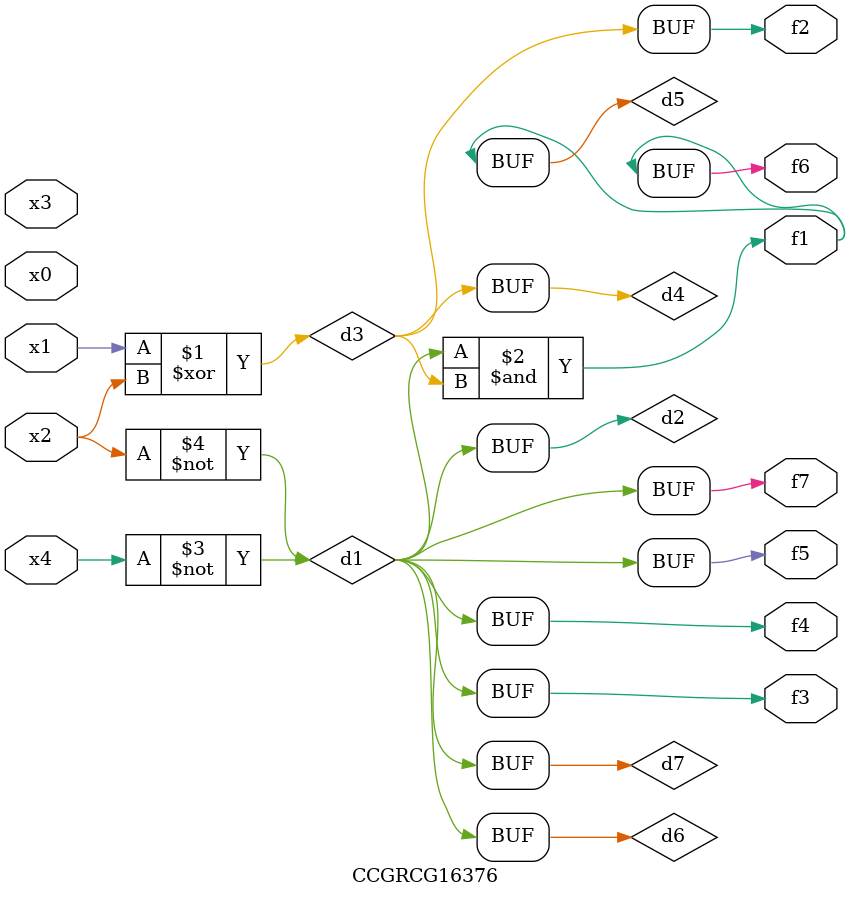
<source format=v>
module CCGRCG16376(
	input x0, x1, x2, x3, x4,
	output f1, f2, f3, f4, f5, f6, f7
);

	wire d1, d2, d3, d4, d5, d6, d7;

	not (d1, x4);
	not (d2, x2);
	xor (d3, x1, x2);
	buf (d4, d3);
	and (d5, d1, d3);
	buf (d6, d1, d2);
	buf (d7, d2);
	assign f1 = d5;
	assign f2 = d4;
	assign f3 = d7;
	assign f4 = d7;
	assign f5 = d7;
	assign f6 = d5;
	assign f7 = d7;
endmodule

</source>
